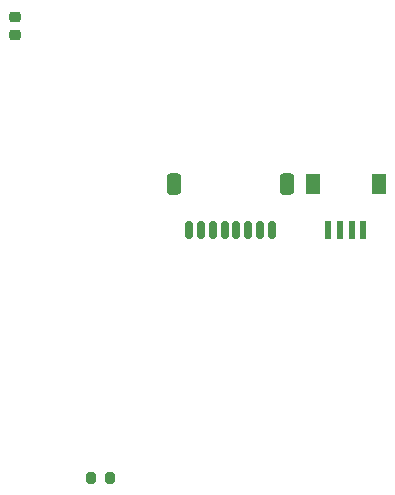
<source format=gbr>
%TF.GenerationSoftware,KiCad,Pcbnew,6.0.10-86aedd382b~118~ubuntu22.04.1*%
%TF.CreationDate,2023-03-14T18:16:04-07:00*%
%TF.ProjectId,compact-probe,636f6d70-6163-4742-9d70-726f62652e6b,rev?*%
%TF.SameCoordinates,Original*%
%TF.FileFunction,Paste,Top*%
%TF.FilePolarity,Positive*%
%FSLAX46Y46*%
G04 Gerber Fmt 4.6, Leading zero omitted, Abs format (unit mm)*
G04 Created by KiCad (PCBNEW 6.0.10-86aedd382b~118~ubuntu22.04.1) date 2023-03-14 18:16:04*
%MOMM*%
%LPD*%
G01*
G04 APERTURE LIST*
G04 Aperture macros list*
%AMRoundRect*
0 Rectangle with rounded corners*
0 $1 Rounding radius*
0 $2 $3 $4 $5 $6 $7 $8 $9 X,Y pos of 4 corners*
0 Add a 4 corners polygon primitive as box body*
4,1,4,$2,$3,$4,$5,$6,$7,$8,$9,$2,$3,0*
0 Add four circle primitives for the rounded corners*
1,1,$1+$1,$2,$3*
1,1,$1+$1,$4,$5*
1,1,$1+$1,$6,$7*
1,1,$1+$1,$8,$9*
0 Add four rect primitives between the rounded corners*
20,1,$1+$1,$2,$3,$4,$5,0*
20,1,$1+$1,$4,$5,$6,$7,0*
20,1,$1+$1,$6,$7,$8,$9,0*
20,1,$1+$1,$8,$9,$2,$3,0*%
G04 Aperture macros list end*
%ADD10RoundRect,0.200000X0.200000X0.275000X-0.200000X0.275000X-0.200000X-0.275000X0.200000X-0.275000X0*%
%ADD11RoundRect,0.218750X-0.256250X0.218750X-0.256250X-0.218750X0.256250X-0.218750X0.256250X0.218750X0*%
%ADD12R,0.600000X1.550000*%
%ADD13R,1.200000X1.800000*%
%ADD14RoundRect,0.150000X0.150000X0.625000X-0.150000X0.625000X-0.150000X-0.625000X0.150000X-0.625000X0*%
%ADD15RoundRect,0.250000X0.350000X0.650000X-0.350000X0.650000X-0.350000X-0.650000X0.350000X-0.650000X0*%
G04 APERTURE END LIST*
D10*
%TO.C,R5*%
X-2175000Y-19000000D03*
X-3825000Y-19000000D03*
%TD*%
D11*
%TO.C,D1*%
X-10250000Y20037500D03*
X-10250000Y18462500D03*
%TD*%
D12*
%TO.C,J2*%
X19250000Y2000000D03*
X18250000Y2000000D03*
X17250000Y2000000D03*
X16250000Y2000000D03*
D13*
X20550000Y5875000D03*
X14950000Y5875000D03*
%TD*%
D14*
%TO.C,J1*%
X11500000Y2000000D03*
X10500000Y2000000D03*
X9500000Y2000000D03*
X8500000Y2000000D03*
X7500000Y2000000D03*
X6500000Y2000000D03*
X5500000Y2000000D03*
X4500000Y2000000D03*
D15*
X3200000Y5875000D03*
X12800000Y5875000D03*
%TD*%
M02*

</source>
